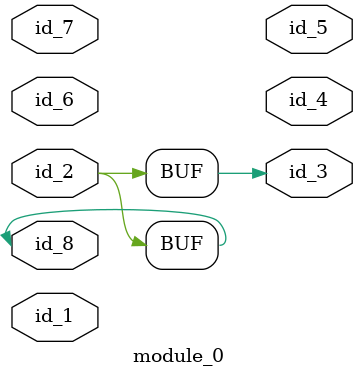
<source format=v>
`define pp_8 0
module module_0 (
    id_1,
    id_2,
    id_3,
    id_4,
    id_5,
    id_6,
    id_7,
    id_8
);
  inout id_8;
  inout id_7;
  input id_6;
  output id_5;
  output id_4;
  output id_3;
  input id_2;
  input id_1;
  assign id_8 = id_2;
  assign id_3 = id_8;
endmodule

</source>
